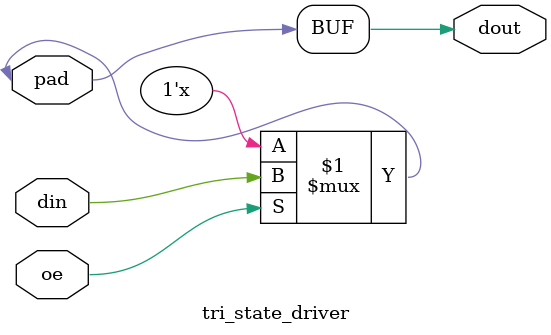
<source format=sv>

`timescale 1ns/1ps
module tri_state_driver (
    input  wire din,
    input  wire oe,
    inout  wire pad,
    output wire dout   // observed level on the pin
);
    assign pad  = oe ? din : 1'bz;
    assign dout = pad;
endmodule


</source>
